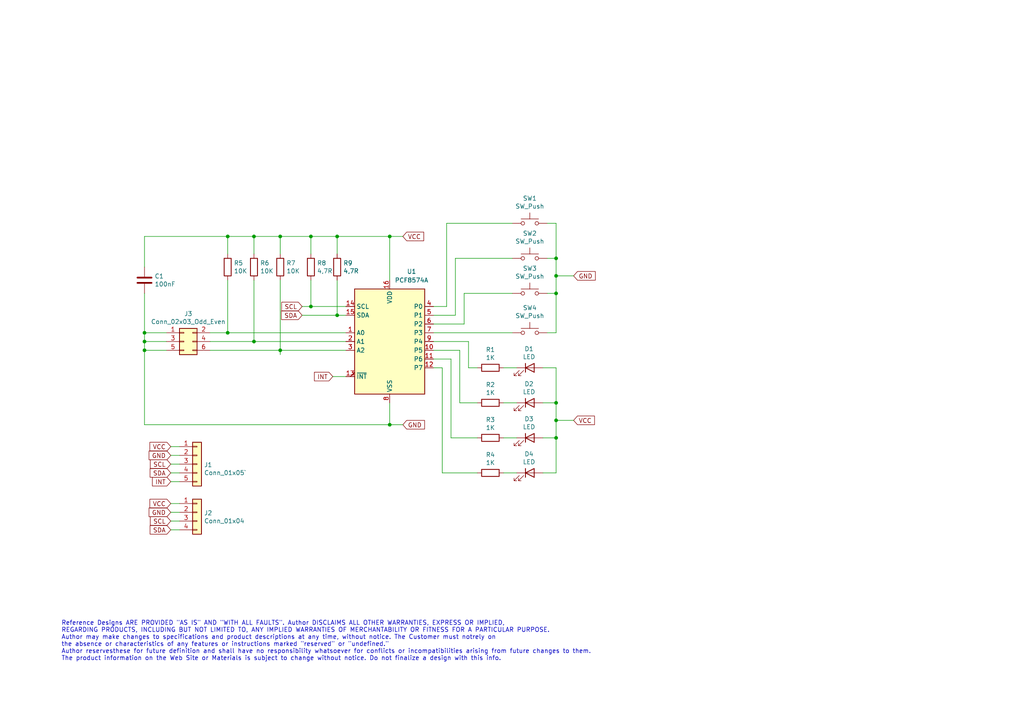
<source format=kicad_sch>
(kicad_sch (version 20211123) (generator eeschema)
  (paper "A4")
  (title_block (title "PCF8574 educational module") (date "2021-10-07") (rev "1.0") (company "License: CC-BY-SA 4.0") (comment 1 "Designed by Robert Sedak"))
  (lib_symbols
    (symbol "Connector_Generic:Conn_01x04" (pin_names (offset 1.016) hide)
      (property "Reference" "J" (at 0 5.08 0))
      (property "Value" "Conn_01x04" (at 0 -7.62 0))
      (symbol "Conn_01x04_1_1"
        (rectangle (start -1.27 -4.953) (end 0 -5.207) (stroke (width 0.1524)))
        (rectangle (start -1.27 -2.413) (end 0 -2.667) (stroke (width 0.1524)))
        (rectangle (start -1.27 0.127) (end 0 -0.127) (stroke (width 0.1524)))
        (rectangle (start -1.27 2.667) (end 0 2.413) (stroke (width 0.1524)))
        (rectangle (start -1.27 3.81) (end 1.27 -6.35) (stroke (width 0.254)) (fill (type background)))
        (pin passive line (at -5.08 2.54 0) (length 3.81) (name "Pin_1") (number "1"))
        (pin passive line (at -5.08 0 0) (length 3.81) (name "Pin_2") (number "2"))
        (pin passive line (at -5.08 -2.54 0) (length 3.81) (name "Pin_3") (number "3"))
        (pin passive line (at -5.08 -5.08 0) (length 3.81) (name "Pin_4") (number "4"))
      )
    )
    (symbol "Connector_Generic:Conn_01x05" (pin_names (offset 1.016) hide)
      (property "Reference" "J" (at 0 7.62 0))
      (property "Value" "Conn_01x05" (at 0 -7.62 0))
      (symbol "Conn_01x05_1_1"
        (rectangle (start -1.27 -4.953) (end 0 -5.207) (stroke (width 0.1524)))
        (rectangle (start -1.27 -2.413) (end 0 -2.667) (stroke (width 0.1524)))
        (rectangle (start -1.27 0.127) (end 0 -0.127) (stroke (width 0.1524)))
        (rectangle (start -1.27 2.667) (end 0 2.413) (stroke (width 0.1524)))
        (rectangle (start -1.27 5.207) (end 0 4.953) (stroke (width 0.1524)))
        (rectangle (start -1.27 6.35) (end 1.27 -6.35) (stroke (width 0.254)) (fill (type background)))
        (pin passive line (at -5.08 5.08 0) (length 3.81) (name "Pin_1") (number "1"))
        (pin passive line (at -5.08 2.54 0) (length 3.81) (name "Pin_2") (number "2"))
        (pin passive line (at -5.08 0 0) (length 3.81) (name "Pin_3") (number "3"))
        (pin passive line (at -5.08 -2.54 0) (length 3.81) (name "Pin_4") (number "4"))
        (pin passive line (at -5.08 -5.08 0) (length 3.81) (name "Pin_5") (number "5"))
      )
    )
    (symbol "Connector_Generic:Conn_02x03_Odd_Even" (pin_names (offset 1.016) hide)
      (property "Reference" "J" (at 1.27 5.08 0))
      (property "Value" "Conn_02x03_Odd_Even" (at 1.27 -5.08 0))
      (symbol "Conn_02x03_Odd_Even_1_1"
        (rectangle (start -1.27 -2.413) (end 0 -2.667) (stroke (width 0.1524)))
        (rectangle (start -1.27 0.127) (end 0 -0.127) (stroke (width 0.1524)))
        (rectangle (start -1.27 2.667) (end 0 2.413) (stroke (width 0.1524)))
        (rectangle (start -1.27 3.81) (end 3.81 -3.81) (stroke (width 0.254)) (fill (type background)))
        (rectangle (start 3.81 -2.413) (end 2.54 -2.667) (stroke (width 0.1524)))
        (rectangle (start 3.81 0.127) (end 2.54 -0.127) (stroke (width 0.1524)))
        (rectangle (start 3.81 2.667) (end 2.54 2.413) (stroke (width 0.1524)))
        (pin passive line (at -5.08 2.54 0) (length 3.81) (name "Pin_1") (number "1"))
        (pin passive line (at 7.62 2.54 180) (length 3.81) (name "Pin_2") (number "2"))
        (pin passive line (at -5.08 0 0) (length 3.81) (name "Pin_3") (number "3"))
        (pin passive line (at 7.62 0 180) (length 3.81) (name "Pin_4") (number "4"))
        (pin passive line (at -5.08 -2.54 0) (length 3.81) (name "Pin_5") (number "5"))
        (pin passive line (at 7.62 -2.54 180) (length 3.81) (name "Pin_6") (number "6"))
      )
    )
    (symbol "Device:C" (pin_numbers hide) (pin_names (offset 0.254))
      (property "Reference" "C" (at 0.635 2.54 0))
      (property "Value" "C" (at 0.635 -2.54 0))
      (symbol "C_0_1"
        (polyline (pts (xy -2.032 -0.762) (xy 2.032 -0.762)) (stroke (width 0.508)))
        (polyline (pts (xy -2.032 0.762) (xy 2.032 0.762)) (stroke (width 0.508)))
      )
      (symbol "C_1_1"
        (pin passive line (at 0 3.81 270) (length 2.794) (name "~") (number "1"))
        (pin passive line (at 0 -3.81 90) (length 2.794) (name "~") (number "2"))
      )
    )
    (symbol "Device:LED" (pin_numbers hide) (pin_names (offset 1.016) hide)
      (property "Reference" "D" (at 0 2.54 0))
      (property "Value" "LED" (at 0 -2.54 0))
      (symbol "LED_0_1"
        (polyline (pts (xy -1.27 -1.27) (xy -1.27 1.27)) (stroke (width 0.254)))
        (polyline (pts (xy -1.27 0) (xy 1.27 0)))
        (polyline (pts (xy 1.27 -1.27) (xy 1.27 1.27) (xy -1.27 0) (xy 1.27 -1.27)) (stroke (width 0.254)))
        (polyline (pts (xy -3.048 -0.762) (xy -4.572 -2.286) (xy -3.81 -2.286) (xy -4.572 -2.286) (xy -4.572 -1.524)))
        (polyline (pts (xy -1.778 -0.762) (xy -3.302 -2.286) (xy -2.54 -2.286) (xy -3.302 -2.286) (xy -3.302 -1.524)))
      )
      (symbol "LED_1_1"
        (pin passive line (at -3.81 0 0) (length 2.54) (name "K") (number "1"))
        (pin passive line (at 3.81 0 180) (length 2.54) (name "A") (number "2"))
      )
    )
    (symbol "Device:R" (pin_numbers hide) (pin_names (offset 0))
      (property "Reference" "R" (at 2.032 0 90))
      (property "Value" "R" (at 0 0 90))
      (symbol "R_0_1"
        (rectangle (start -1.016 -2.54) (end 1.016 2.54) (stroke (width 0.254)))
      )
      (symbol "R_1_1"
        (pin passive line (at 0 3.81 270) (length 1.27) (name "~") (number "1"))
        (pin passive line (at 0 -3.81 90) (length 1.27) (name "~") (number "2"))
      )
    )
    (symbol "Interface_Expansion:PCF8574A"
      (property "Reference" "U" (at -8.89 16.51 0))
      (property "Value" "PCF8574A" (at 2.54 16.51 0))
      (symbol "PCF8574A_0_1"
        (rectangle (start -10.16 15.24) (end 10.16 -15.24) (stroke (width 0.254)) (fill (type background)))
      )
      (symbol "PCF8574A_1_1"
        (pin input line (at -12.7 2.54 0) (length 2.54) (name "A0") (number "1"))
        (pin bidirectional line (at 12.7 -2.54 180) (length 2.54) (name "P5") (number "10"))
        (pin bidirectional line (at 12.7 -5.08 180) (length 2.54) (name "P6") (number "11"))
        (pin bidirectional line (at 12.7 -7.62 180) (length 2.54) (name "P7") (number "12"))
        (pin open_collector output_low (at -12.7 -10.16 0) (length 2.54) (name "~{INT}") (number "13"))
        (pin input line (at -12.7 10.16 0) (length 2.54) (name "SCL") (number "14"))
        (pin bidirectional line (at -12.7 7.62 0) (length 2.54) (name "SDA") (number "15"))
        (pin power_in line (at 0 17.78 270) (length 2.54) (name "VDD") (number "16"))
        (pin input line (at -12.7 0 0) (length 2.54) (name "A1") (number "2"))
        (pin input line (at -12.7 -2.54 0) (length 2.54) (name "A2") (number "3"))
        (pin bidirectional line (at 12.7 10.16 180) (length 2.54) (name "P0") (number "4"))
        (pin bidirectional line (at 12.7 7.62 180) (length 2.54) (name "P1") (number "5"))
        (pin bidirectional line (at 12.7 5.08 180) (length 2.54) (name "P2") (number "6"))
        (pin bidirectional line (at 12.7 2.54 180) (length 2.54) (name "P3") (number "7"))
        (pin power_in line (at 0 -17.78 90) (length 2.54) (name "VSS") (number "8"))
        (pin bidirectional line (at 12.7 0 180) (length 2.54) (name "P4") (number "9"))
      )
    )
    (symbol "Switch:SW_Push" (pin_numbers hide) (pin_names (offset 1.016) hide)
      (property "Reference" "SW" (at 1.27 2.54 0))
      (property "Value" "SW_Push" (at 0 -1.524 0))
      (symbol "SW_Push_0_1"
        (circle (center -2.032 0) (radius 0.508))
        (polyline (pts (xy 0 1.27) (xy 0 3.048)))
        (polyline (pts (xy 2.54 1.27) (xy -2.54 1.27)))
        (circle (center 2.032 0) (radius 0.508))
        (pin passive line (at -5.08 0 0) (length 2.54) (name "1") (number "1"))
        (pin passive line (at 5.08 0 180) (length 2.54) (name "2") (number "2"))
      )
    )
  )
  (junction (at 66.04 96.52))
  (junction (at 41.91 96.52))
  (junction (at 90.17 88.9))
  (junction (at 161.29 85.09))
  (junction (at 161.29 127))
  (junction (at 66.04 68.58))
  (junction (at 73.66 68.58))
  (junction (at 41.91 99.06))
  (junction (at 113.03 123.19))
  (junction (at 97.79 91.44))
  (junction (at 73.66 99.06))
  (junction (at 81.28 68.58))
  (junction (at 81.28 101.6))
  (junction (at 113.03 68.58))
  (junction (at 90.17 68.58))
  (junction (at 161.29 121.92))
  (junction (at 161.29 80.01))
  (junction (at 97.79 68.58))
  (junction (at 161.29 116.84))
  (junction (at 161.29 74.93))
  (junction (at 41.91 101.6))
  (wire (pts (xy 161.29 116.84) (xy 161.29 121.92)))
  (wire (pts (xy 161.29 96.52) (xy 158.75 96.52)))
  (wire (pts (xy 135.89 106.68) (xy 138.43 106.68)))
  (wire (pts (xy 146.05 127) (xy 149.86 127)))
  (wire (pts (xy 157.48 116.84) (xy 161.29 116.84)))
  (wire (pts (xy 125.73 91.44) (xy 132.08 91.44)))
  (wire (pts (xy 66.04 81.28) (xy 66.04 96.52)))
  (wire (pts (xy 133.35 101.6) (xy 133.35 116.84)))
  (wire (pts (xy 125.73 93.98) (xy 134.62 93.98)))
  (wire (pts (xy 161.29 64.77) (xy 161.29 74.93)))
  (wire (pts (xy 125.73 106.68) (xy 128.27 106.68)))
  (wire (pts (xy 49.53 137.16) (xy 52.07 137.16)))
  (wire (pts (xy 97.79 91.44) (xy 87.63 91.44)))
  (wire (pts (xy 73.66 81.28) (xy 73.66 99.06)))
  (wire (pts (xy 97.79 68.58) (xy 90.17 68.58)))
  (wire (pts (xy 125.73 96.52) (xy 148.59 96.52)))
  (wire (pts (xy 100.33 91.44) (xy 97.79 91.44)))
  (wire (pts (xy 48.26 96.52) (xy 41.91 96.52)))
  (wire (pts (xy 125.73 88.9) (xy 129.54 88.9)))
  (wire (pts (xy 81.28 68.58) (xy 73.66 68.58)))
  (wire (pts (xy 161.29 80.01) (xy 166.37 80.01)))
  (wire (pts (xy 113.03 68.58) (xy 97.79 68.58)))
  (wire (pts (xy 146.05 116.84) (xy 149.86 116.84)))
  (wire (pts (xy 41.91 85.09) (xy 41.91 96.52)))
  (wire (pts (xy 158.75 74.93) (xy 161.29 74.93)))
  (wire (pts (xy 132.08 74.93) (xy 148.59 74.93)))
  (wire (pts (xy 128.27 137.16) (xy 138.43 137.16)))
  (wire (pts (xy 161.29 85.09) (xy 161.29 96.52)))
  (wire (pts (xy 125.73 99.06) (xy 135.89 99.06)))
  (wire (pts (xy 113.03 123.19) (xy 113.03 116.84)))
  (wire (pts (xy 73.66 73.66) (xy 73.66 68.58)))
  (wire (pts (xy 146.05 106.68) (xy 149.86 106.68)))
  (wire (pts (xy 49.53 146.05) (xy 52.07 146.05)))
  (wire (pts (xy 49.53 132.08) (xy 52.07 132.08)))
  (wire (pts (xy 158.75 85.09) (xy 161.29 85.09)))
  (wire (pts (xy 49.53 151.13) (xy 52.07 151.13)))
  (wire (pts (xy 90.17 68.58) (xy 81.28 68.58)))
  (wire (pts (xy 48.26 99.06) (xy 41.91 99.06)))
  (wire (pts (xy 49.53 148.59) (xy 52.07 148.59)))
  (wire (pts (xy 66.04 68.58) (xy 66.04 73.66)))
  (wire (pts (xy 41.91 123.19) (xy 113.03 123.19)))
  (wire (pts (xy 81.28 101.6) (xy 81.28 102.87)))
  (wire (pts (xy 116.84 123.19) (xy 113.03 123.19)))
  (wire (pts (xy 60.96 101.6) (xy 81.28 101.6)))
  (wire (pts (xy 90.17 88.9) (xy 100.33 88.9)))
  (wire (pts (xy 60.96 99.06) (xy 73.66 99.06)))
  (wire (pts (xy 87.63 88.9) (xy 90.17 88.9)))
  (wire (pts (xy 41.91 68.58) (xy 41.91 77.47)))
  (wire (pts (xy 66.04 68.58) (xy 41.91 68.58)))
  (wire (pts (xy 158.75 64.77) (xy 161.29 64.77)))
  (wire (pts (xy 157.48 106.68) (xy 161.29 106.68)))
  (wire (pts (xy 161.29 137.16) (xy 157.48 137.16)))
  (wire (pts (xy 133.35 116.84) (xy 138.43 116.84)))
  (wire (pts (xy 73.66 99.06) (xy 100.33 99.06)))
  (wire (pts (xy 41.91 96.52) (xy 41.91 99.06)))
  (wire (pts (xy 41.91 99.06) (xy 41.91 101.6)))
  (wire (pts (xy 49.53 129.54) (xy 52.07 129.54)))
  (wire (pts (xy 161.29 74.93) (xy 161.29 80.01)))
  (wire (pts (xy 125.73 104.14) (xy 130.81 104.14)))
  (wire (pts (xy 116.84 68.58) (xy 113.03 68.58)))
  (wire (pts (xy 90.17 73.66) (xy 90.17 68.58)))
  (wire (pts (xy 41.91 101.6) (xy 41.91 123.19)))
  (wire (pts (xy 113.03 81.28) (xy 113.03 68.58)))
  (wire (pts (xy 130.81 104.14) (xy 130.81 127)))
  (wire (pts (xy 97.79 73.66) (xy 97.79 68.58)))
  (wire (pts (xy 97.79 81.28) (xy 97.79 91.44)))
  (wire (pts (xy 60.96 96.52) (xy 66.04 96.52)))
  (wire (pts (xy 125.73 101.6) (xy 133.35 101.6)))
  (wire (pts (xy 146.05 137.16) (xy 149.86 137.16)))
  (wire (pts (xy 161.29 121.92) (xy 161.29 127)))
  (wire (pts (xy 166.37 121.92) (xy 161.29 121.92)))
  (wire (pts (xy 157.48 127) (xy 161.29 127)))
  (wire (pts (xy 49.53 153.67) (xy 52.07 153.67)))
  (wire (pts (xy 81.28 81.28) (xy 81.28 101.6)))
  (wire (pts (xy 134.62 93.98) (xy 134.62 85.09)))
  (wire (pts (xy 81.28 101.6) (xy 100.33 101.6)))
  (wire (pts (xy 128.27 106.68) (xy 128.27 137.16)))
  (wire (pts (xy 129.54 64.77) (xy 148.59 64.77)))
  (wire (pts (xy 73.66 68.58) (xy 66.04 68.58)))
  (wire (pts (xy 90.17 81.28) (xy 90.17 88.9)))
  (wire (pts (xy 161.29 106.68) (xy 161.29 116.84)))
  (wire (pts (xy 161.29 127) (xy 161.29 137.16)))
  (wire (pts (xy 49.53 139.7) (xy 52.07 139.7)))
  (wire (pts (xy 49.53 134.62) (xy 52.07 134.62)))
  (wire (pts (xy 96.52 109.22) (xy 100.33 109.22)))
  (wire (pts (xy 81.28 73.66) (xy 81.28 68.58)))
  (wire (pts (xy 129.54 88.9) (xy 129.54 64.77)))
  (wire (pts (xy 130.81 127) (xy 138.43 127)))
  (wire (pts (xy 48.26 101.6) (xy 41.91 101.6)))
  (wire (pts (xy 132.08 91.44) (xy 132.08 74.93)))
  (wire (pts (xy 134.62 85.09) (xy 148.59 85.09)))
  (wire (pts (xy 161.29 80.01) (xy 161.29 85.09)))
  (wire (pts (xy 66.04 96.52) (xy 100.33 96.52)))
  (wire (pts (xy 135.89 99.06) (xy 135.89 106.68)))
  (text "Reference Designs ARE PROVIDED \"AS IS\" AND \"WITH ALL FAULTS\". Author DISCLAIMS ALL OTHER WARRANTIES, EXPRESS OR IMPLIED, \nREGARDING PRODUCTS, INCLUDING BUT NOT LIMITED TO, ANY IMPLIED WARRANTIES OF MERCHANTABILITY OR FITNESS FOR A PARTICULAR PURPOSE.\nAuthor may make changes to specifications and product descriptions at any time, without notice. The Customer must notrely on \nthe absence or characteristics of any features or instructions marked \"reserved\" or \"undefined.\" \nAuthor reservesthese for future definition and shall have no responsibility whatsoever for conflicts or incompatibilities arising from future changes to them. \nThe product information on the Web Site or Materials is subject to change without notice. Do not finalize a design with this info." (at 17.78 191.77 0) (effects (font (size 1.27 1.27)) (justify left bottom)))
  (global_label "SDA" (shape input) (at 49.53 153.67 180) (property "Intersheet References" "${INTERSHEET_REFS}" (effects hide)))
  (global_label "SCL" (shape input) (at 49.53 151.13 180) (property "Intersheet References" "${INTERSHEET_REFS}" (effects hide)))
  (global_label "INT" (shape input) (at 96.52 109.22 180) (property "Intersheet References" "${INTERSHEET_REFS}" (effects hide)))
  (global_label "SDA" (shape input) (at 49.53 137.16 180) (property "Intersheet References" "${INTERSHEET_REFS}" (effects hide)))
  (global_label "GND" (shape input) (at 49.53 132.08 180) (property "Intersheet References" "${INTERSHEET_REFS}" (effects hide)))
  (global_label "SDA" (shape input) (at 87.63 91.44 180) (property "Intersheet References" "${INTERSHEET_REFS}" (effects hide)))
  (global_label "VCC" (shape input) (at 49.53 146.05 180) (property "Intersheet References" "${INTERSHEET_REFS}" (effects hide)))
  (global_label "GND" (shape input) (at 49.53 148.59 180) (property "Intersheet References" "${INTERSHEET_REFS}" (effects hide)))
  (global_label "INT" (shape input) (at 49.53 139.7 180) (property "Intersheet References" "${INTERSHEET_REFS}" (effects hide)))
  (global_label "GND" (shape input) (at 116.84 123.19 0) (property "Intersheet References" "${INTERSHEET_REFS}" (effects hide)))
  (global_label "VCC" (shape input) (at 166.37 121.92 0) (property "Intersheet References" "${INTERSHEET_REFS}" (effects hide)))
  (global_label "VCC" (shape input) (at 116.84 68.58 0) (property "Intersheet References" "${INTERSHEET_REFS}" (effects hide)))
  (global_label "VCC" (shape input) (at 49.53 129.54 180) (property "Intersheet References" "${INTERSHEET_REFS}" (effects hide)))
  (global_label "GND" (shape input) (at 166.37 80.01 0) (property "Intersheet References" "${INTERSHEET_REFS}" (effects hide)))
  (global_label "SCL" (shape input) (at 87.63 88.9 180) (property "Intersheet References" "${INTERSHEET_REFS}" (effects hide)))
  (global_label "SCL" (shape input) (at 49.53 134.62 180) (property "Intersheet References" "${INTERSHEET_REFS}" (effects hide)))
  (symbol (lib_id "Interface_Expansion:PCF8574A") (at 113.03 99.06 0) (unit 1)
    (property "Reference" "U1" (at 119.38 78.74 0))
    (property "Value" "PCF8574A" (at 119.38 81.28 0))
    (property "Footprint" "Package_DIP:DIP-16_W7.62mm_Socket" (effects hide))
    (property "Datasheet" "http://www.nxp.com/documents/data_sheet/PCF8574_PCF8574A.pdf" (effects hide))
  )
  (symbol (lib_id "Device:R") (at 90.17 77.47 0) (unit 1)
    (property "Reference" "R8" (at 91.948 76.3016 0) (effects (justify left)))
    (property "Value" "4,7R" (at 91.948 78.613 0) (effects (justify left)))
    (property "Footprint" "Resistor_THT:R_Axial_DIN0207_L6.3mm_D2.5mm_P7.62mm_Horizontal" (effects hide))
  )
  (symbol (lib_id "Device:R") (at 97.79 77.47 0) (unit 1)
    (property "Reference" "R9" (at 99.568 76.3016 0) (effects (justify left)))
    (property "Value" "4,7R" (at 99.568 78.613 0) (effects (justify left)))
    (property "Footprint" "Resistor_THT:R_Axial_DIN0207_L6.3mm_D2.5mm_P7.62mm_Horizontal" (effects hide))
  )
  (symbol (lib_id "Device:R") (at 142.24 137.16 270) (unit 1)
    (property "Reference" "R4" (at 142.24 131.9022 90))
    (property "Value" "1K" (at 142.24 134.2136 90))
    (property "Footprint" "Resistor_THT:R_Axial_DIN0207_L6.3mm_D2.5mm_P7.62mm_Horizontal" (effects hide))
  )
  (symbol (lib_id "Device:R") (at 142.24 127 270) (unit 1)
    (property "Reference" "R3" (at 142.24 121.7422 90))
    (property "Value" "1K" (at 142.24 124.0536 90))
    (property "Footprint" "Resistor_THT:R_Axial_DIN0207_L6.3mm_D2.5mm_P7.62mm_Horizontal" (effects hide))
  )
  (symbol (lib_id "Device:R") (at 142.24 116.84 270) (unit 1)
    (property "Reference" "R2" (at 142.24 111.5822 90))
    (property "Value" "1K" (at 142.24 113.8936 90))
    (property "Footprint" "Resistor_THT:R_Axial_DIN0207_L6.3mm_D2.5mm_P7.62mm_Horizontal" (effects hide))
  )
  (symbol (lib_id "Device:R") (at 142.24 106.68 270) (unit 1)
    (property "Reference" "R1" (at 142.24 101.4222 90))
    (property "Value" "1K" (at 142.24 103.7336 90))
    (property "Footprint" "Resistor_THT:R_Axial_DIN0207_L6.3mm_D2.5mm_P7.62mm_Horizontal" (effects hide))
  )
  (symbol (lib_id "Device:R") (at 81.28 77.47 0) (unit 1)
    (property "Reference" "R7" (at 83.058 76.3016 0) (effects (justify left)))
    (property "Value" "10K" (at 83.058 78.613 0) (effects (justify left)))
    (property "Footprint" "Resistor_THT:R_Axial_DIN0207_L6.3mm_D2.5mm_P7.62mm_Horizontal" (effects hide))
  )
  (symbol (lib_id "Device:R") (at 73.66 77.47 0) (unit 1)
    (property "Reference" "R6" (at 75.438 76.3016 0) (effects (justify left)))
    (property "Value" "10K" (at 75.438 78.613 0) (effects (justify left)))
    (property "Footprint" "Resistor_THT:R_Axial_DIN0207_L6.3mm_D2.5mm_P7.62mm_Horizontal" (effects hide))
  )
  (symbol (lib_id "Device:R") (at 66.04 77.47 0) (unit 1)
    (property "Reference" "R5" (at 67.818 76.3016 0) (effects (justify left)))
    (property "Value" "10K" (at 67.818 78.613 0) (effects (justify left)))
    (property "Footprint" "Resistor_THT:R_Axial_DIN0207_L6.3mm_D2.5mm_P7.62mm_Horizontal" (effects hide))
  )
  (symbol (lib_id "Device:LED") (at 153.67 106.68 0) (unit 1)
    (property "Reference" "D1" (at 153.4414 101.1936 0))
    (property "Value" "LED" (at 153.4414 103.505 0))
    (property "Footprint" "LED_THT:LED_D3.0mm" (effects hide))
  )
  (symbol (lib_id "Device:LED") (at 153.67 116.84 0) (unit 1)
    (property "Reference" "D2" (at 153.4414 111.3536 0))
    (property "Value" "LED" (at 153.4414 113.665 0))
    (property "Footprint" "LED_THT:LED_D3.0mm" (effects hide))
  )
  (symbol (lib_id "Device:LED") (at 153.67 127 0) (unit 1)
    (property "Reference" "D3" (at 153.4414 121.5136 0))
    (property "Value" "LED" (at 153.4414 123.825 0))
    (property "Footprint" "LED_THT:LED_D3.0mm" (effects hide))
  )
  (symbol (lib_id "Device:LED") (at 153.67 137.16 0) (unit 1)
    (property "Reference" "D4" (at 153.4414 131.6736 0))
    (property "Value" "LED" (at 153.4414 133.985 0))
    (property "Footprint" "LED_THT:LED_D3.0mm" (effects hide))
  )
  (symbol (lib_id "Switch:SW_Push") (at 153.67 85.09 0) (unit 1)
    (property "Reference" "SW3" (at 153.67 77.851 0))
    (property "Value" "SW_Push" (at 153.67 80.1624 0))
    (property "Footprint" "Button_Switch_THT:SW_PUSH_6mm" (effects hide))
  )
  (symbol (lib_id "Switch:SW_Push") (at 153.67 96.52 0) (unit 1)
    (property "Reference" "SW4" (at 153.67 89.281 0))
    (property "Value" "SW_Push" (at 153.67 91.5924 0))
    (property "Footprint" "Button_Switch_THT:SW_PUSH_6mm" (effects hide))
  )
  (symbol (lib_id "Switch:SW_Push") (at 153.67 64.77 0) (unit 1)
    (property "Reference" "SW1" (at 153.67 57.531 0))
    (property "Value" "SW_Push" (at 153.67 59.8424 0))
    (property "Footprint" "Button_Switch_THT:SW_PUSH_6mm" (effects hide))
  )
  (symbol (lib_id "Switch:SW_Push") (at 153.67 74.93 0) (unit 1)
    (property "Reference" "SW2" (at 153.67 67.691 0))
    (property "Value" "SW_Push" (at 153.67 70.0024 0))
    (property "Footprint" "Button_Switch_THT:SW_PUSH_6mm" (effects hide))
  )
  (symbol (lib_id "Device:C") (at 41.91 81.28 0) (unit 1)
    (property "Reference" "C1" (at 44.831 80.1116 0) (effects (justify left)))
    (property "Value" "100nF" (at 44.831 82.423 0) (effects (justify left)))
    (property "Footprint" "Capacitor_THT:C_Rect_L4.6mm_W2.0mm_P2.50mm_MKS02_FKP02" (effects hide))
  )
  (symbol (lib_id "Connector_Generic:Conn_02x03_Odd_Even") (at 53.34 99.06 0) (unit 1)
    (property "Reference" "J3" (at 54.61 91.0082 0))
    (property "Value" "Conn_02x03_Odd_Even" (at 54.61 93.3196 0))
    (property "Footprint" "Connector_PinHeader_2.54mm:PinHeader_2x03_P2.54mm_Vertical" (effects hide))
  )
  (symbol (lib_id "Connector_Generic:Conn_01x04") (at 57.15 148.59 0) (unit 1)
    (property "Reference" "J2" (at 59.182 148.7932 0) (effects (justify left)))
    (property "Value" "Conn_01x04" (at 59.182 151.1046 0) (effects (justify left)))
    (property "Footprint" "Connector_PinSocket_2.54mm:PinSocket_1x04_P2.54mm_Horizontal" (effects hide))
  )
  (symbol (lib_id "Connector_Generic:Conn_01x05") (at 57.15 134.62 0) (unit 1)
    (property "Reference" "J1" (at 59.182 134.8232 0) (effects (justify left)))
    (property "Value" "Conn_01x05`" (at 59.182 137.1346 0) (effects (justify left)))
    (property "Footprint" "Connector_PinHeader_2.54mm:PinHeader_1x05_P2.54mm_Horizontal" (effects hide))
  )
)
</source>
